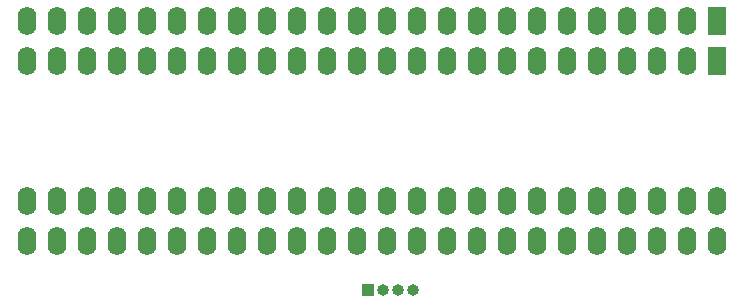
<source format=gbr>
G04 #@! TF.GenerationSoftware,KiCad,Pcbnew,7.0.0-1.fc37*
G04 #@! TF.CreationDate,2023-02-19T18:59:07+00:00*
G04 #@! TF.ProjectId,Gary,47617279-2e6b-4696-9361-645f70636258,rev?*
G04 #@! TF.SameCoordinates,Original*
G04 #@! TF.FileFunction,Soldermask,Bot*
G04 #@! TF.FilePolarity,Negative*
%FSLAX46Y46*%
G04 Gerber Fmt 4.6, Leading zero omitted, Abs format (unit mm)*
G04 Created by KiCad (PCBNEW 7.0.0-1.fc37) date 2023-02-19 18:59:07*
%MOMM*%
%LPD*%
G01*
G04 APERTURE LIST*
%ADD10R,1.600000X2.400000*%
%ADD11O,1.600000X2.400000*%
%ADD12R,1.000000X1.000000*%
%ADD13O,1.000000X1.000000*%
G04 APERTURE END LIST*
D10*
G04 #@! TO.C,U2*
X186425999Y-42234799D03*
D11*
X183885999Y-42234799D03*
X181345999Y-42234799D03*
X178805999Y-42234799D03*
X176265999Y-42234799D03*
X173725999Y-42234799D03*
X171185999Y-42234799D03*
X168645999Y-42234799D03*
X166105999Y-42234799D03*
X163565999Y-42234799D03*
X161025999Y-42234799D03*
X158485999Y-42234799D03*
X155945999Y-42234799D03*
X153405999Y-42234799D03*
X150865999Y-42234799D03*
X148325999Y-42234799D03*
X145785999Y-42234799D03*
X143245999Y-42234799D03*
X140705999Y-42234799D03*
X138165999Y-42234799D03*
X135625999Y-42234799D03*
X133085999Y-42234799D03*
X130545999Y-42234799D03*
X128005999Y-42234799D03*
X128005999Y-57474799D03*
X130545999Y-57474799D03*
X133085999Y-57474799D03*
X135625999Y-57474799D03*
X138165999Y-57474799D03*
X140705999Y-57474799D03*
X143245999Y-57474799D03*
X145785999Y-57474799D03*
X148325999Y-57474799D03*
X150865999Y-57474799D03*
X153405999Y-57474799D03*
X155945999Y-57474799D03*
X158485999Y-57474799D03*
X161025999Y-57474799D03*
X163565999Y-57474799D03*
X166105999Y-57474799D03*
X168645999Y-57474799D03*
X171185999Y-57474799D03*
X173725999Y-57474799D03*
X176265999Y-57474799D03*
X178805999Y-57474799D03*
X181345999Y-57474799D03*
X183885999Y-57474799D03*
X186425999Y-57474799D03*
G04 #@! TD*
D10*
G04 #@! TO.C,U1*
X186425999Y-38856999D03*
D11*
X183885999Y-38856999D03*
X181345999Y-38856999D03*
X178805999Y-38856999D03*
X176265999Y-38856999D03*
X173725999Y-38856999D03*
X171185999Y-38856999D03*
X168645999Y-38856999D03*
X166105999Y-38856999D03*
X163565999Y-38856999D03*
X161025999Y-38856999D03*
X158485999Y-38856999D03*
X155945999Y-38856999D03*
X153405999Y-38856999D03*
X150865999Y-38856999D03*
X148325999Y-38856999D03*
X145785999Y-38856999D03*
X143245999Y-38856999D03*
X140705999Y-38856999D03*
X138165999Y-38856999D03*
X135625999Y-38856999D03*
X133085999Y-38856999D03*
X130545999Y-38856999D03*
X128005999Y-38856999D03*
X128005999Y-54096999D03*
X130545999Y-54096999D03*
X133085999Y-54096999D03*
X135625999Y-54096999D03*
X138165999Y-54096999D03*
X140705999Y-54096999D03*
X143245999Y-54096999D03*
X145785999Y-54096999D03*
X148325999Y-54096999D03*
X150865999Y-54096999D03*
X153405999Y-54096999D03*
X155945999Y-54096999D03*
X158485999Y-54096999D03*
X161025999Y-54096999D03*
X163565999Y-54096999D03*
X166105999Y-54096999D03*
X168645999Y-54096999D03*
X171185999Y-54096999D03*
X173725999Y-54096999D03*
X176265999Y-54096999D03*
X178805999Y-54096999D03*
X181345999Y-54096999D03*
X183885999Y-54096999D03*
X186425999Y-54096999D03*
G04 #@! TD*
D12*
G04 #@! TO.C,J1*
X156849999Y-61639599D03*
D13*
X158119999Y-61639599D03*
X159389999Y-61639599D03*
X160659999Y-61639599D03*
G04 #@! TD*
M02*

</source>
